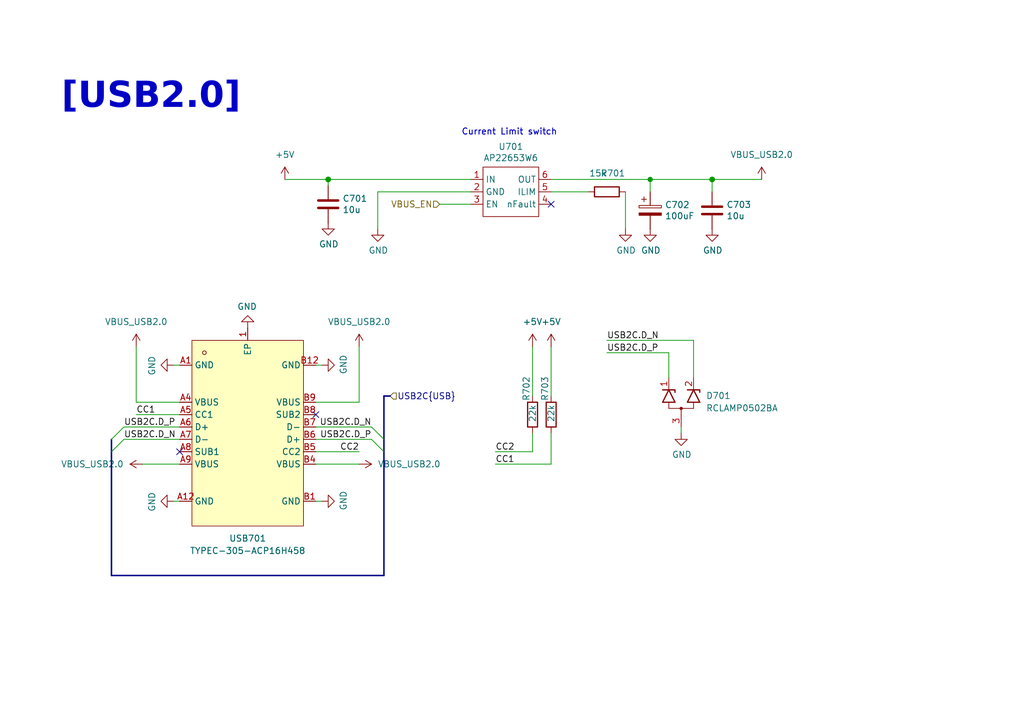
<source format=kicad_sch>
(kicad_sch (version 20250114) (generator "eeschema") (generator_version "9.0")
  (paper "A5")
  (title_block (title "CM5 MINIMA") (date "2024-12-17") (rev "2") (company "Pierluigi Colangeli"))
  (lib_symbols
    (symbol "CM5IO:AP2553W6"
      (property "Reference" "U" (at 3.81 -6.35 0))
      (property "Value" "AP2553W6" (at -3.81 -6.35 0))
      (symbol "AP2553W6_0_0"
        (pin power_in line (at -8.89 2.54 0) (length 2.54) (name "IN") (number "1"))
        (pin power_out line (at -8.89 0 0) (length 2.54) (name "GND") (number "2"))
        (pin input line (at -8.89 -2.54 0) (length 2.54) (name "EN") (number "3"))
        (pin power_out line (at 7.62 2.54 180) (length 2.54) (name "OUT") (number "6"))
        (pin passive line (at 7.62 0 180) (length 2.54) (name "ILIM") (number "5"))
        (pin open_collector line (at 7.62 -2.54 180) (length 2.54) (name "nFault") (number "4"))
      )
      (symbol "AP2553W6_0_1"
        (rectangle (start -6.35 5.08) (end 5.08 -5.08))
      )
    )
    (symbol "Device:C" (pin_numbers (hide yes)) (pin_names (offset 0.254))
      (property "Reference" "C" (at 0.635 2.54 0))
      (property "Value" "C" (at 0.635 -2.54 0))
      (symbol "C_0_1"
        (polyline (pts (xy -2.032 0.762) (xy 2.032 0.762)) (stroke (width 0.508)))
        (polyline (pts (xy -2.032 -0.762) (xy 2.032 -0.762)) (stroke (width 0.508)))
      )
      (symbol "C_1_1"
        (pin passive line (at 0 3.81 270) (length 2.794) (name "~") (number "1"))
        (pin passive line (at 0 -3.81 90) (length 2.794) (name "~") (number "2"))
      )
    )
    (symbol "Device:C_Polarized" (pin_numbers (hide yes)) (pin_names (offset 0.254))
      (property "Reference" "C" (at 0.635 2.54 0))
      (property "Value" "C_Polarized" (at 0.635 -2.54 0))
      (symbol "C_Polarized_0_1"
        (rectangle (start -2.286 0.508) (end 2.286 1.016))
        (polyline (pts (xy -1.778 2.286) (xy -0.762 2.286)))
        (polyline (pts (xy -1.27 2.794) (xy -1.27 1.778)))
        (rectangle (start 2.286 -0.508) (end -2.286 -1.016) (fill (type outline)))
      )
      (symbol "C_Polarized_1_1"
        (pin passive line (at 0 3.81 270) (length 2.794) (name "~") (number "1"))
        (pin passive line (at 0 -3.81 90) (length 2.794) (name "~") (number "2"))
      )
    )
    (symbol "Device:R" (pin_numbers (hide yes)) (pin_names (offset 0))
      (property "Reference" "R" (at 2.032 0 90))
      (property "Value" "R" (at 0 0 90))
      (symbol "R_0_1"
        (rectangle (start -1.016 -2.54) (end 1.016 2.54) (stroke (width 0.254)))
      )
      (symbol "R_1_1"
        (pin passive line (at 0 3.81 270) (length 1.27) (name "~") (number "1"))
        (pin passive line (at 0 -3.81 90) (length 1.27) (name "~") (number "2"))
      )
    )
    (symbol "EasyEDA:TYPEC-305-ACP16H458"
      (property "Reference" "USB701" (at 0 -22.86 0))
      (property "Value" "TYPEC-305-ACP16H458" (at 0 -25.4 0))
      (symbol "TYPEC-305-ACP16H458_0_1"
        (rectangle (start -11.43 17.78) (end 11.43 -20.32) (fill (type background)))
        (circle (center -8.89 15.24) (radius 0.38))
        (pin power_in line (at -13.97 12.7 0) (length 2.54) (name "GND") (number "A1"))
        (pin power_in line (at -13.97 5.08 0) (length 2.54) (name "VBUS") (number "A4"))
        (pin output line (at -13.97 2.54 0) (length 2.54) (name "CC1") (number "A5"))
        (pin bidirectional line (at -13.97 0 0) (length 2.54) (name "D+") (number "A6"))
        (pin bidirectional line (at -13.97 -2.54 0) (length 2.54) (name "D-") (number "A7"))
        (pin input line (at -13.97 -5.08 0) (length 2.54) (name "SUB1") (number "A8"))
        (pin power_in line (at -13.97 -7.62 0) (length 2.54) (name "VBUS") (number "A9"))
        (pin power_in line (at -13.97 -15.24 0) (length 2.54) (name "GND") (number "A12"))
        (pin passive line (at 0 20.32 270) (length 2.54) (name "EP") (number "1"))
        (pin power_in line (at 13.97 12.7 180) (length 2.54) (name "GND") (number "B12"))
        (pin power_in line (at 13.97 5.08 180) (length 2.54) (name "VBUS") (number "B9"))
        (pin input line (at 13.97 2.54 180) (length 2.54) (name "SUB2") (number "B8"))
        (pin bidirectional line (at 13.97 0 180) (length 2.54) (name "D-") (number "B7"))
        (pin bidirectional line (at 13.97 -2.54 180) (length 2.54) (name "D+") (number "B6"))
        (pin output line (at 13.97 -5.08 180) (length 2.54) (name "CC2") (number "B5"))
        (pin power_in line (at 13.97 -7.62 180) (length 2.54) (name "VBUS") (number "B4"))
        (pin power_in line (at 13.97 -15.24 180) (length 2.54) (name "GND") (number "B1"))
      )
    )
    (symbol "Power_Protection:RCLAMP0502BA" (pin_names (hide yes))
      (property "Reference" "D" (at 0 5.08 0))
      (property "Value" "RCLAMP0502BA" (at 0 -5.08 0))
      (symbol "RCLAMP0502BA_0_1"
        (polyline (pts (xy -2.54 0) (xy -1.27 0)))
        (polyline (pts (xy -1.27 2.54) (xy -1.27 -2.54)))
        (polyline (pts (xy 0 2.54) (xy -1.27 2.54)) (stroke (width 0.1524)))
        (polyline (pts (xy 0 1.27) (xy 0 3.81) (xy 2.54 2.54) (xy 0 1.27)) (stroke (width 0.254)))
        (polyline (pts (xy 2.54 3.81) (xy 2.54 1.27) (xy 2.032 1.27)) (stroke (width 0.254)))
        (pin passive line (at -5.08 0 0) (length 2.54) (name "A") (number "3"))
      )
      (symbol "RCLAMP0502BA_1_1"
        (circle (center -1.27 0) (radius 0.254) (fill (type outline)))
        (polyline (pts (xy 0 -2.54) (xy -1.27 -2.54)) (stroke (width 0.1524)))
        (polyline (pts (xy 0 -3.81) (xy 0 -1.27) (xy 2.54 -2.54) (xy 0 -3.81)) (stroke (width 0.254)))
        (polyline (pts (xy 2.54 -1.27) (xy 2.54 -3.81) (xy 2.032 -3.81)) (stroke (width 0.254)))
        (pin passive line (at 5.08 2.54 180) (length 2.54) (name "K1") (number "1"))
        (pin passive line (at 5.08 -2.54 180) (length 2.54) (name "K2") (number "2"))
      )
    )
    (symbol "power:+5V" (power) (pin_numbers (hide yes)) (pin_names (offset 0) (hide yes))
      (property "Value" "+5V" (at 0 3.556 0))
      (symbol "+5V_0_1"
        (polyline (pts (xy -0.762 1.27) (xy 0 2.54)))
        (polyline (pts (xy 0 2.54) (xy 0.762 1.27)))
        (polyline (pts (xy 0 0) (xy 0 2.54)))
      )
      (symbol "+5V_1_1"
        (pin power_in line (at 0 0 90) (length 0) (name "~") (number "1"))
      )
    )
    (symbol "power:GND" (power) (pin_numbers (hide yes)) (pin_names (offset 0) (hide yes))
      (property "Value" "GND" (at 0 -3.81 0))
      (symbol "GND_0_1"
        (polyline (pts (xy 0 0) (xy 0 -1.27) (xy 1.27 -1.27) (xy 0 -2.54) (xy -1.27 -1.27) (xy 0 -1.27)))
      )
      (symbol "GND_1_1"
        (pin power_in line (at 0 0 270) (length 0) (name "~") (number "1"))
      )
    )
  )
  (text "[USB2.0]" (at 30.988 21.336 0) (effects (font (size 5.27 5.27) (bold yes))))
  (text "Current Limit switch" (at 114.3 27.94 0) (effects (font (size 1.27 1.27)) (justify right bottom)))
  (text "Current Limit switch" (at 114.3 27.94 0) (effects (font (size 1.27 1.27)) (justify right bottom)))
  (junction (at 146.05 36.83) (diameter 1.016))
  (junction (at 133.35 36.83))
  (junction (at 67.31 36.83) (diameter 1.016))
  (no_connect (at 113.03 41.91))
  (no_connect (at 36.83 92.71))
  (no_connect (at 64.77 85.09))
  (bus_entry (at 25.4 87.63) (size -2.54 2.54))
  (bus_entry (at 76.2 87.63) (size 2.54 2.54))
  (bus_entry (at 76.2 90.17) (size 2.54 2.54))
  (bus_entry (at 25.4 90.17) (size -2.54 2.54))
  (wire (pts (xy 64.77 95.25) (xy 73.66 95.25)))
  (wire (pts (xy 139.7 88.9) (xy 139.7 87.63)))
  (wire (pts (xy 137.16 72.39) (xy 137.16 77.47)))
  (bus (pts (xy 78.74 81.28) (xy 80.01 81.28)))
  (wire (pts (xy 27.94 71.12) (xy 27.94 82.55)))
  (bus (pts (xy 78.74 90.17) (xy 78.74 81.28)))
  (bus (pts (xy 22.86 90.17) (xy 22.86 92.71)))
  (wire (pts (xy 113.03 88.9) (xy 113.03 95.25)))
  (wire (pts (xy 64.77 90.17) (xy 76.2 90.17)))
  (wire (pts (xy 146.05 39.37) (xy 146.05 36.83)))
  (wire (pts (xy 124.46 69.85) (xy 142.24 69.85)))
  (wire (pts (xy 142.24 69.85) (xy 142.24 77.47)))
  (bus (pts (xy 78.74 92.71) (xy 78.74 118.11)))
  (wire (pts (xy 58.42 36.83) (xy 67.31 36.83)))
  (wire (pts (xy 64.77 87.63) (xy 76.2 87.63)))
  (wire (pts (xy 101.6 95.25) (xy 113.03 95.25)))
  (wire (pts (xy 25.4 87.63) (xy 36.83 87.63)))
  (wire (pts (xy 73.66 71.12) (xy 73.66 82.55)))
  (wire (pts (xy 96.52 39.37) (xy 77.47 39.37)))
  (wire (pts (xy 35.56 102.87) (xy 36.83 102.87)))
  (wire (pts (xy 124.46 72.39) (xy 137.16 72.39)))
  (wire (pts (xy 77.47 39.37) (xy 77.47 46.99)))
  (wire (pts (xy 146.05 36.83) (xy 156.21 36.83)))
  (wire (pts (xy 64.77 102.87) (xy 66.04 102.87)))
  (bus (pts (xy 22.86 92.71) (xy 22.86 118.11)))
  (wire (pts (xy 29.21 95.25) (xy 36.83 95.25)))
  (wire (pts (xy 25.4 90.17) (xy 36.83 90.17)))
  (wire (pts (xy 128.27 39.37) (xy 128.27 46.99)))
  (wire (pts (xy 109.22 88.9) (xy 109.22 92.71)))
  (wire (pts (xy 113.03 39.37) (xy 120.65 39.37)))
  (wire (pts (xy 64.77 92.71) (xy 73.66 92.71)))
  (bus (pts (xy 78.74 90.17) (xy 78.74 92.71)))
  (wire (pts (xy 90.17 41.91) (xy 96.52 41.91)))
  (wire (pts (xy 101.6 92.71) (xy 109.22 92.71)))
  (wire (pts (xy 67.31 36.83) (xy 96.52 36.83)))
  (wire (pts (xy 109.22 71.12) (xy 109.22 81.28)))
  (wire (pts (xy 113.03 71.12) (xy 113.03 81.28)))
  (wire (pts (xy 27.94 85.09) (xy 36.83 85.09)))
  (wire (pts (xy 27.94 82.55) (xy 36.83 82.55)))
  (wire (pts (xy 133.35 36.83) (xy 146.05 36.83)))
  (wire (pts (xy 64.77 82.55) (xy 73.66 82.55)))
  (wire (pts (xy 64.77 74.93) (xy 66.04 74.93)))
  (wire (pts (xy 113.03 36.83) (xy 133.35 36.83)))
  (wire (pts (xy 35.56 74.93) (xy 36.83 74.93)))
  (wire (pts (xy 67.31 38.1) (xy 67.31 36.83)))
  (bus (pts (xy 78.74 118.11) (xy 22.86 118.11)))
  (wire (pts (xy 133.35 36.83) (xy 133.35 39.37)))
  (label "CC2" (at 73.66 92.71 180))
  (label "USB2C.D_N" (at 76.2 87.63 180))
  (label "USB2C.D_P" (at 76.2 90.17 180))
  (label "CC1" (at 27.94 85.09 0))
  (label "USB2C.D_N" (at 124.46 69.85 0))
  (label "CC1" (at 101.6 95.25 0))
  (label "USB2C.D_P" (at 25.4 87.63 0))
  (label "USB2C.D_N" (at 25.4 90.17 0))
  (label "USB2C.D_P" (at 124.46 72.39 0))
  (label "CC2" (at 101.6 92.71 0))
  (hierarchical_label "VBUS_EN" (shape input) (at 90.17 41.91 180))
  (hierarchical_label "USB2C{USB}" (shape input) (at 80.01 81.28 0))
  (symbol (lib_id "power:+5V") (at 113.03 71.12 0) (unit 1)
    (property "Reference" "#PWR0609" (effects (hide yes)))
    (property "Value" "+5V" (at 113.03 66.04 0))
    (property "Description" "Power symbol creates a global label with name \"+5V\"" (effects (hide yes)))
  )
  (symbol (lib_id "Device:R") (at 113.03 85.09 0) (mirror x) (unit 1)
    (property "Reference" "R703" (at 111.76 79.756 90))
    (property "Value" "22k" (at 113.03 84.836 90))
    (property "Footprint" "Resistor_SMD:R_0402_1005Metric" (effects (hide yes)))
    (property "Package" "0402" (effects (hide yes)))
  )
  (symbol (lib_id "power:GND") (at 77.47 46.99 0) (unit 1)
    (property "Reference" "#PWR0702" (effects (hide yes)))
    (property "Value" "GND" (at 77.597 51.3842 0))
    (property "Description" "Power symbol creates a global label with name \"GND\" , ground" (effects (hide yes)))
  )
  (symbol (lib_id "Device:C") (at 67.31 41.91 0) (unit 1)
    (property "Reference" "C701" (at 70.231 40.7416 0) (effects (justify left)))
    (property "Value" "10u" (at 70.231 43.053 0) (effects (justify left)))
    (property "Footprint" "Capacitor_SMD:C_0805_2012Metric" (effects (hide yes)))
    (property "Datasheet" "https://search.murata.co.jp/Ceramy/image/img/A01X/G101/ENG/GRM21BR71A106KA73-01.pdf" (effects (hide yes)))
    (property "Field5" "490-14381-1-ND" (effects (hide yes)))
    (property "Field4" "Digikey" (effects (hide yes)))
    (property "Field6" "GRM21BR71A106KA73L" (effects (hide yes)))
    (property "Field7" "Murata" (effects (hide yes)))
    (property "Part Description" "	10uF 10% 10V Ceramic Capacitor X7R 0805 (2012 Metric)" (effects (hide yes)))
    (property "Field8" "111893011" (effects (hide yes)))
  )
  (symbol (lib_id "EasyEDA:TYPEC-305-ACP16H458") (at 50.8 87.63 0) (unit 1)
    (property "Reference" "USB701" (at 50.8 110.49 0))
    (property "Value" "TYPEC-305-ACP16H458" (at 50.8 113.03 0))
    (property "Footprint" "EasyEDA:USB-C-SMD_TYPEC-305-ACP16H458" (effects (hide yes)))
    (property "LCSC Part" "C5454943" (effects (hide yes)))
  )
  (symbol (lib_id "power:+5V") (at 73.66 95.25 270) (unit 1)
    (property "Reference" "#PWR0615" (effects (hide yes)))
    (property "Value" "VBUS_USB2.0" (at 77.47 95.2499 90) (effects (justify left)))
    (property "Description" "Power symbol creates a global label with name \"+5V\"" (effects (hide yes)))
  )
  (symbol (lib_id "Device:C") (at 146.05 43.18 0) (unit 1)
    (property "Reference" "C703" (at 148.971 42.0116 0) (effects (justify left)))
    (property "Value" "10u" (at 148.971 44.323 0) (effects (justify left)))
    (property "Footprint" "Capacitor_SMD:C_0805_2012Metric" (effects (hide yes)))
    (property "Datasheet" "https://search.murata.co.jp/Ceramy/image/img/A01X/G101/ENG/GRM21BR71A106KA73-01.pdf" (effects (hide yes)))
    (property "Field5" "490-14381-1-ND" (effects (hide yes)))
    (property "Field4" "Digikey" (effects (hide yes)))
    (property "Field6" "GRM21BR71A106KA73L" (effects (hide yes)))
    (property "Field7" "Murata" (effects (hide yes)))
    (property "Part Description" "	10uF 10% 10V Ceramic Capacitor X7R 0805 (2012 Metric)" (effects (hide yes)))
    (property "Field8" "111893011" (effects (hide yes)))
  )
  (symbol (lib_id "power:GND") (at 35.56 74.93 270) (unit 1)
    (property "Reference" "#PWR0707" (effects (hide yes)))
    (property "Value" "GND" (at 31.1658 75.057 0))
    (property "Description" "Power symbol creates a global label with name \"GND\" , ground" (effects (hide yes)))
  )
  (symbol (lib_id "power:GND") (at 146.05 46.99 0) (unit 1)
    (property "Reference" "#PWR0705" (effects (hide yes)))
    (property "Value" "GND" (at 146.177 51.3842 0))
    (property "Description" "Power symbol creates a global label with name \"GND\" , ground" (effects (hide yes)))
  )
  (symbol (lib_id "power:GND") (at 133.35 46.99 0) (unit 1)
    (property "Reference" "#PWR0704" (effects (hide yes)))
    (property "Value" "GND" (at 133.477 51.3842 0))
    (property "Description" "Power symbol creates a global label with name \"GND\" , ground" (effects (hide yes)))
  )
  (symbol (lib_id "power:+5V") (at 109.22 71.12 0) (unit 1)
    (property "Reference" "#PWR0605" (effects (hide yes)))
    (property "Value" "+5V" (at 109.22 66.04 0))
    (property "Description" "Power symbol creates a global label with name \"+5V\"" (effects (hide yes)))
  )
  (symbol (lib_id "Power_Protection:RCLAMP0502BA") (at 139.7 82.55 90) (unit 1)
    (property "Reference" "D701" (at 144.78 81.2164 90) (effects (justify right)))
    (property "Value" "RCLAMP0502BA" (at 144.78 83.7564 90) (effects (justify right)))
    (property "Footprint" "Package_TO_SOT_SMD:SOT-416" (effects (hide yes)))
    (property "Datasheet" "https://www.semtech.com/products/circuit-protection/low-capacitance/rclamp0502ba" (effects (hide yes)))
  )
  (symbol (lib_id "CM5IO:AP2553W6") (at 105.41 39.37 0) (unit 1)
    (property "Reference" "U701" (at 104.775 30.099 0))
    (property "Value" "AP22653W6" (at 104.775 32.4104 0))
    (property "Footprint" "Package_TO_SOT_SMD:SOT-23-6" (effects (hide yes)))
    (property "Datasheet" "https://www.diodes.com/assets/Datasheets/AP255x.pdf" (effects (hide yes)))
    (property "Field4" "Digikey" (effects (hide yes)))
    (property "Field5" "	31-AP22653W6-7CT-ND" (effects (hide yes)))
    (property "Field6" "AP22653W6" (effects (hide yes)))
    (property "Field7" "Diodes" (effects (hide yes)))
    (property "Part Description" "	Power Switch/Driver 1:1 P-Channel 2.1A SOT-23-6" (effects (hide yes)))
  )
  (symbol (lib_id "power:GND") (at 139.7 88.9 0) (unit 1)
    (property "Reference" "#PWR0706" (effects (hide yes)))
    (property "Value" "GND" (at 139.827 93.2942 0))
    (property "Description" "Power symbol creates a global label with name \"GND\" , ground" (effects (hide yes)))
  )
  (symbol (lib_id "power:GND") (at 128.27 46.99 0) (unit 1)
    (property "Reference" "#PWR0703" (effects (hide yes)))
    (property "Value" "GND" (at 128.397 51.3842 0))
    (property "Description" "Power symbol creates a global label with name \"GND\" , ground" (effects (hide yes)))
  )
  (symbol (lib_id "power:+5V") (at 29.21 95.25 90) (unit 1)
    (property "Reference" "#PWR0614" (effects (hide yes)))
    (property "Value" "VBUS_USB2.0" (at 25.4 95.2499 90) (effects (justify left)))
    (property "Description" "Power symbol creates a global label with name \"+5V\"" (effects (hide yes)))
  )
  (symbol (lib_id "power:GND") (at 50.8 67.31 180) (unit 1)
    (property "Reference" "#PWR0711" (effects (hide yes)))
    (property "Value" "GND" (at 50.673 62.9158 0))
    (property "Description" "Power symbol creates a global label with name \"GND\" , ground" (effects (hide yes)))
  )
  (symbol (lib_id "power:GND") (at 66.04 102.87 90) (unit 1)
    (property "Reference" "#PWR0710" (effects (hide yes)))
    (property "Value" "GND" (at 70.4342 102.743 0))
    (property "Description" "Power symbol creates a global label with name \"GND\" , ground" (effects (hide yes)))
  )
  (symbol (lib_id "power:GND") (at 66.04 74.93 90) (unit 1)
    (property "Reference" "#PWR0709" (effects (hide yes)))
    (property "Value" "GND" (at 70.4342 74.803 0))
    (property "Description" "Power symbol creates a global label with name \"GND\" , ground" (effects (hide yes)))
  )
  (symbol (lib_id "power:+5V") (at 156.21 36.83 0) (unit 1)
    (property "Reference" "#PWR0611" (effects (hide yes)))
    (property "Value" "VBUS_USB2.0" (at 156.21 31.75 0))
    (property "Description" "Power symbol creates a global label with name \"+5V\"" (effects (hide yes)))
  )
  (symbol (lib_id "power:+5V") (at 27.94 71.12 0) (unit 1)
    (property "Reference" "#PWR0612" (effects (hide yes)))
    (property "Value" "VBUS_USB2.0" (at 27.94 66.04 0))
    (property "Description" "Power symbol creates a global label with name \"+5V\"" (effects (hide yes)))
  )
  (symbol (lib_id "power:GND") (at 67.31 45.72 0) (unit 1)
    (property "Reference" "#PWR0701" (effects (hide yes)))
    (property "Value" "GND" (at 67.437 50.1142 0))
    (property "Description" "Power symbol creates a global label with name \"GND\" , ground" (effects (hide yes)))
  )
  (symbol (lib_id "Device:R") (at 124.46 39.37 90) (unit 1)
    (property "Reference" "R701" (at 128.27 35.56 90) (effects (justify left)))
    (property "Value" "15k" (at 124.46 35.56 90) (effects (justify left)))
    (property "Footprint" "Resistor_SMD:R_0402_1005Metric" (effects (hide yes)))
    (property "Field4" "Farnell" (effects (hide yes)))
    (property "Field5" "9239375" (effects (hide yes)))
    (property "Field6" "MCR01MZPF1502" (effects (hide yes)))
    (property "Field7" "Rohm" (effects (hide yes)))
    (property "Part Description" "Resistor 15K M1005 1% 63mW" (effects (hide yes)))
    (property "Field8" "120891581" (effects (hide yes)))
  )
  (symbol (lib_id "power:+5V") (at 73.66 71.12 0) (unit 1)
    (property "Reference" "#PWR0613" (effects (hide yes)))
    (property "Value" "VBUS_USB2.0" (at 73.66 66.04 0))
    (property "Description" "Power symbol creates a global label with name \"+5V\"" (effects (hide yes)))
  )
  (symbol (lib_id "power:GND") (at 35.56 102.87 270) (unit 1)
    (property "Reference" "#PWR0708" (effects (hide yes)))
    (property "Value" "GND" (at 31.1658 102.997 0))
    (property "Description" "Power symbol creates a global label with name \"GND\" , ground" (effects (hide yes)))
  )
  (symbol (lib_id "Device:C_Polarized") (at 133.35 43.18 0) (unit 1)
    (property "Reference" "C702" (at 136.3472 42.037 0) (effects (justify left)))
    (property "Value" "100uF" (at 136.3472 44.323 0) (effects (justify left)))
    (property "Footprint" "Capacitor_Tantalum_SMD:CP_EIA-3528-21_Kemet-B" (effects (hide yes)))
    (property "Field5" "TAJB107K006RNJ" (effects (hide yes)))
    (property "Part Description" " 100uF 6.3V 1.7Ω@100kHz ±10% CASE-B-3528-21(mm) Tantalum Capacitors ROHS" (effects (hide yes)))
  )
  (symbol (lib_id "Device:R") (at 109.22 85.09 0) (mirror x) (unit 1)
    (property "Reference" "R702" (at 107.95 79.756 90))
    (property "Value" "22k" (at 109.22 84.836 90))
    (property "Footprint" "Resistor_SMD:R_0402_1005Metric" (effects (hide yes)))
    (property "Package" "0402" (effects (hide yes)))
  )
  (symbol (lib_id "power:+5V") (at 58.42 36.83 0) (unit 1)
    (property "Reference" "#PWR0603" (effects (hide yes)))
    (property "Value" "+5V" (at 58.42 31.75 0))
    (property "Description" "Power symbol creates a global label with name \"+5V\"" (effects (hide yes)))
  )
)
</source>
